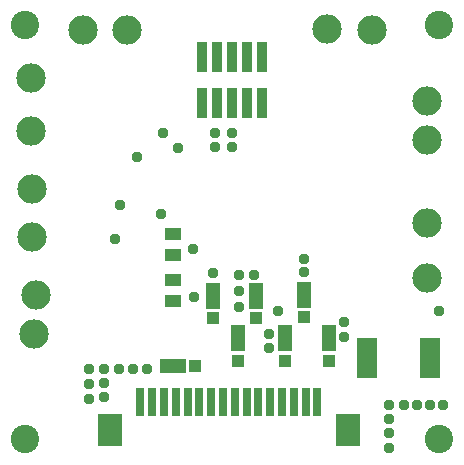
<source format=gts>
G75*
%MOIN*%
%OFA0B0*%
%FSLAX25Y25*%
%IPPOS*%
%LPD*%
%AMOC8*
5,1,8,0,0,1.08239X$1,22.5*
%
%ADD10R,0.03713X0.10249*%
%ADD11C,0.09800*%
%ADD12R,0.03162X0.09461*%
%ADD13R,0.07887X0.11036*%
%ADD14R,0.05524X0.03950*%
%ADD15C,0.09461*%
%ADD16R,0.06784X0.13398*%
%ADD17R,0.03950X0.03950*%
%ADD18R,0.05131X0.08674*%
%ADD19R,0.08674X0.05131*%
%ADD20C,0.03778*%
D10*
X0085698Y0143611D03*
X0090698Y0143611D03*
X0095698Y0143611D03*
X0100698Y0143611D03*
X0105698Y0143611D03*
X0105698Y0158965D03*
X0100698Y0158965D03*
X0095698Y0158965D03*
X0090698Y0158965D03*
X0085698Y0158965D03*
D11*
X0060540Y0167950D03*
X0045973Y0167942D03*
X0028572Y0151792D03*
X0028572Y0134099D03*
X0028965Y0115068D03*
X0028965Y0098784D03*
X0030099Y0079461D03*
X0029706Y0066611D03*
X0127099Y0168194D03*
X0142328Y0167997D03*
X0160461Y0144367D03*
X0160461Y0131217D03*
X0160422Y0103603D03*
X0160587Y0085280D03*
D12*
X0124060Y0044068D03*
X0120123Y0044068D03*
X0116186Y0044068D03*
X0112249Y0044068D03*
X0108312Y0044068D03*
X0104375Y0044068D03*
X0100438Y0044068D03*
X0096501Y0044068D03*
X0092564Y0044068D03*
X0088627Y0044068D03*
X0084690Y0044068D03*
X0080753Y0044068D03*
X0076816Y0044068D03*
X0072879Y0044068D03*
X0068942Y0044068D03*
X0065005Y0044068D03*
D13*
X0054769Y0034619D03*
X0134296Y0034619D03*
D14*
X0075965Y0077446D03*
X0075965Y0084532D03*
X0075887Y0092926D03*
X0075887Y0100013D03*
D15*
X0026643Y0031643D03*
X0026643Y0169438D03*
X0164438Y0169438D03*
X0164438Y0031643D03*
D16*
X0161682Y0058414D03*
X0140422Y0058414D03*
D17*
X0127824Y0057627D03*
X0119556Y0072194D03*
X0113257Y0057627D03*
X0103414Y0071800D03*
X0097509Y0057627D03*
X0089241Y0071800D03*
X0083335Y0056052D03*
D18*
X0097509Y0065107D03*
X0103414Y0079280D03*
X0113257Y0065107D03*
X0119556Y0079674D03*
X0127824Y0065107D03*
X0089241Y0079280D03*
D19*
X0075855Y0056052D03*
D20*
X0067194Y0054871D03*
X0062469Y0054871D03*
X0057745Y0054871D03*
X0053020Y0054871D03*
X0053020Y0050146D03*
X0053020Y0045422D03*
X0047902Y0045028D03*
X0047902Y0049753D03*
X0047902Y0054871D03*
X0082942Y0078887D03*
X0089241Y0086761D03*
X0097902Y0086367D03*
X0097902Y0080855D03*
X0097902Y0075737D03*
X0103020Y0086367D03*
X0110894Y0074162D03*
X0107745Y0066682D03*
X0107745Y0061957D03*
X0119556Y0087154D03*
X0119556Y0091485D03*
X0132942Y0070619D03*
X0132942Y0065501D03*
X0147902Y0043060D03*
X0147902Y0038335D03*
X0147902Y0033611D03*
X0147902Y0028493D03*
X0153020Y0043060D03*
X0157351Y0043060D03*
X0161682Y0043060D03*
X0166013Y0043060D03*
X0164438Y0074162D03*
X0095540Y0128887D03*
X0095540Y0133611D03*
X0090028Y0133611D03*
X0090028Y0128887D03*
X0077430Y0128493D03*
X0072706Y0133611D03*
X0064044Y0125737D03*
X0058139Y0109595D03*
X0056564Y0098178D03*
X0071918Y0106446D03*
X0082548Y0095028D03*
M02*

</source>
